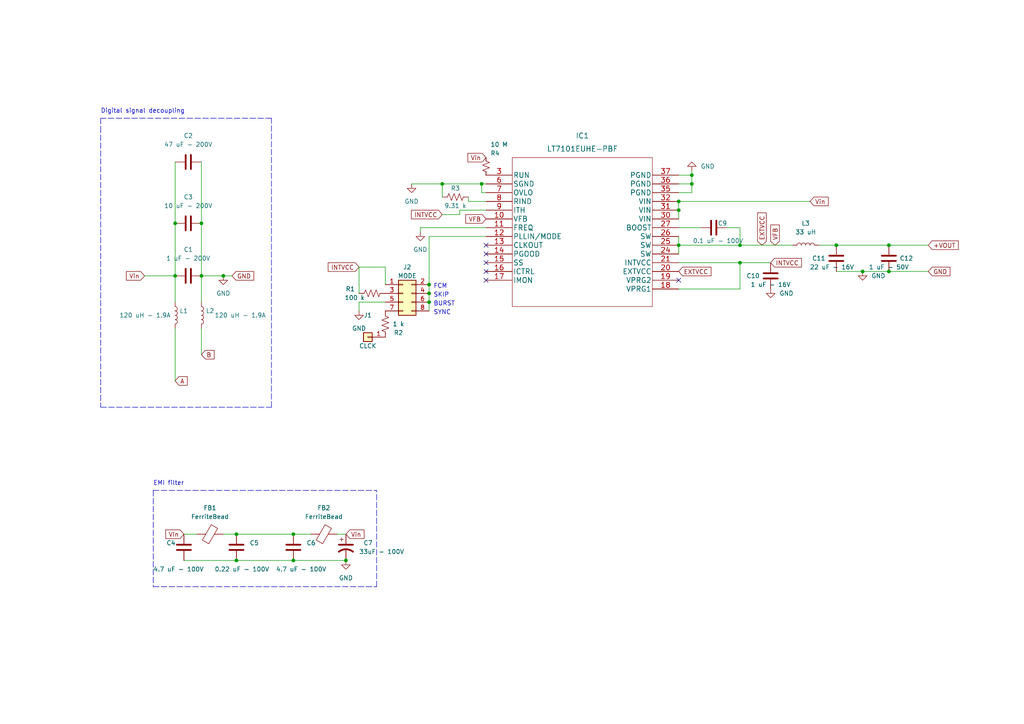
<source format=kicad_sch>
(kicad_sch (version 20211123) (generator eeschema)
  (paper "A4")
  (lib_symbols
    (symbol "Connector_Generic:Conn_01x01" (pin_names (offset 1.016) hide)
      (property "Reference" "J" (at 0 2.54 0))
      (property "Value" "Conn_01x01" (at 0 -2.54 0))
      (symbol "Conn_01x01_1_1"
        (rectangle (start -1.27 0.127) (end 0 -0.127) (stroke (width 0.1524)))
        (rectangle (start -1.27 1.27) (end 1.27 -1.27) (stroke (width 0.254)) (fill (type background)))
        (pin passive line (at -5.08 0 0) (length 3.81) (name "Pin_1") (number "1"))
      )
    )
    (symbol "Connector_Generic:Conn_02x04_Odd_Even" (pin_names (offset 1.016) hide)
      (property "Reference" "J" (at 1.27 5.08 0))
      (property "Value" "Conn_02x04_Odd_Even" (at 1.27 -7.62 0))
      (symbol "Conn_02x04_Odd_Even_1_1"
        (rectangle (start -1.27 -4.953) (end 0 -5.207) (stroke (width 0.1524)))
        (rectangle (start -1.27 -2.413) (end 0 -2.667) (stroke (width 0.1524)))
        (rectangle (start -1.27 0.127) (end 0 -0.127) (stroke (width 0.1524)))
        (rectangle (start -1.27 2.667) (end 0 2.413) (stroke (width 0.1524)))
        (rectangle (start -1.27 3.81) (end 3.81 -6.35) (stroke (width 0.254)) (fill (type background)))
        (rectangle (start 3.81 -4.953) (end 2.54 -5.207) (stroke (width 0.1524)))
        (rectangle (start 3.81 -2.413) (end 2.54 -2.667) (stroke (width 0.1524)))
        (rectangle (start 3.81 0.127) (end 2.54 -0.127) (stroke (width 0.1524)))
        (rectangle (start 3.81 2.667) (end 2.54 2.413) (stroke (width 0.1524)))
        (pin passive line (at -5.08 2.54 0) (length 3.81) (name "Pin_1") (number "1"))
        (pin passive line (at 7.62 2.54 180) (length 3.81) (name "Pin_2") (number "2"))
        (pin passive line (at -5.08 0 0) (length 3.81) (name "Pin_3") (number "3"))
        (pin passive line (at 7.62 0 180) (length 3.81) (name "Pin_4") (number "4"))
        (pin passive line (at -5.08 -2.54 0) (length 3.81) (name "Pin_5") (number "5"))
        (pin passive line (at 7.62 -2.54 180) (length 3.81) (name "Pin_6") (number "6"))
        (pin passive line (at -5.08 -5.08 0) (length 3.81) (name "Pin_7") (number "7"))
        (pin passive line (at 7.62 -5.08 180) (length 3.81) (name "Pin_8") (number "8"))
      )
    )
    (symbol "Device:C" (pin_numbers hide) (pin_names (offset 0.254))
      (property "Reference" "C" (at 0.635 2.54 0))
      (property "Value" "C" (at 0.635 -2.54 0))
      (symbol "C_0_1"
        (polyline (pts (xy -2.032 -0.762) (xy 2.032 -0.762)) (stroke (width 0.508)))
        (polyline (pts (xy -2.032 0.762) (xy 2.032 0.762)) (stroke (width 0.508)))
      )
      (symbol "C_1_1"
        (pin passive line (at 0 3.81 270) (length 2.794) (name "~") (number "1"))
        (pin passive line (at 0 -3.81 90) (length 2.794) (name "~") (number "2"))
      )
    )
    (symbol "Device:C_Polarized_US" (pin_numbers hide) (pin_names (offset 0.254) hide)
      (property "Reference" "C" (at 0.635 2.54 0))
      (property "Value" "C_Polarized_US" (at 0.635 -2.54 0))
      (symbol "C_Polarized_US_0_1"
        (polyline (pts (xy -2.032 0.762) (xy 2.032 0.762)) (stroke (width 0.508)))
        (polyline (pts (xy -1.778 2.286) (xy -0.762 2.286)))
        (polyline (pts (xy -1.27 1.778) (xy -1.27 2.794)))
        (arc (start 2.032 -1.27) (mid 0 -0.5572) (end -2.032 -1.27) (stroke (width 0.508)))
      )
      (symbol "C_Polarized_US_1_1"
        (pin passive line (at 0 3.81 270) (length 2.794) (name "~") (number "1"))
        (pin passive line (at 0 -3.81 90) (length 3.302) (name "~") (number "2"))
      )
    )
    (symbol "Device:FerriteBead" (pin_numbers hide) (pin_names (offset 0))
      (property "Reference" "FB" (at -3.81 0.635 90))
      (property "Value" "FerriteBead" (at 3.81 0 90))
      (symbol "FerriteBead_0_1"
        (polyline (pts (xy 0 -1.27) (xy 0 -1.2192)))
        (polyline (pts (xy 0 1.27) (xy 0 1.2954)))
        (polyline (pts (xy -2.7686 0.4064) (xy -1.7018 2.2606) (xy 2.7686 -0.3048) (xy 1.6764 -2.159) (xy -2.7686 0.4064)))
      )
      (symbol "FerriteBead_1_1"
        (pin passive line (at 0 3.81 270) (length 2.54) (name "~") (number "1"))
        (pin passive line (at 0 -3.81 90) (length 2.54) (name "~") (number "2"))
      )
    )
    (symbol "Device:L" (pin_numbers hide) (pin_names (offset 1.016) hide)
      (property "Reference" "L" (at -1.27 0 90))
      (property "Value" "L" (at 1.905 0 90))
      (symbol "L_0_1"
        (arc (start 0 -2.54) (mid 0.635 -1.905) (end 0 -1.27))
        (arc (start 0 -1.27) (mid 0.635 -0.635) (end 0 0))
        (arc (start 0 0) (mid 0.635 0.635) (end 0 1.27))
        (arc (start 0 1.27) (mid 0.635 1.905) (end 0 2.54))
      )
      (symbol "L_1_1"
        (pin passive line (at 0 3.81 270) (length 1.27) (name "1") (number "1"))
        (pin passive line (at 0 -3.81 90) (length 1.27) (name "2") (number "2"))
      )
    )
    (symbol "Device:R_Small_US" (pin_numbers hide) (pin_names (offset 0.254) hide)
      (property "Reference" "R" (at 0.762 0.508 0))
      (property "Value" "R_Small_US" (at 0.762 -1.016 0))
      (symbol "R_Small_US_1_1"
        (polyline (pts (xy 0 0) (xy 1.016 -0.381) (xy 0 -0.762) (xy -1.016 -1.143) (xy 0 -1.524)))
        (polyline (pts (xy 0 1.524) (xy 1.016 1.143) (xy 0 0.762) (xy -1.016 0.381) (xy 0 0)))
        (pin passive line (at 0 2.54 270) (length 1.016) (name "~") (number "1"))
        (pin passive line (at 0 -2.54 90) (length 1.016) (name "~") (number "2"))
      )
    )
    (symbol "Device:R_US" (pin_numbers hide) (pin_names (offset 0))
      (property "Reference" "R" (at 2.54 0 90))
      (property "Value" "R_US" (at -2.54 0 90))
      (symbol "R_US_0_1"
        (polyline (pts (xy 0 -2.286) (xy 0 -2.54)))
        (polyline (pts (xy 0 2.286) (xy 0 2.54)))
        (polyline (pts (xy 0 -0.762) (xy 1.016 -1.143) (xy 0 -1.524) (xy -1.016 -1.905) (xy 0 -2.286)))
        (polyline (pts (xy 0 0.762) (xy 1.016 0.381) (xy 0 0) (xy -1.016 -0.381) (xy 0 -0.762)))
        (polyline (pts (xy 0 2.286) (xy 1.016 1.905) (xy 0 1.524) (xy -1.016 1.143) (xy 0 0.762)))
      )
      (symbol "R_US_1_1"
        (pin passive line (at 0 3.81 270) (length 1.27) (name "~") (number "1"))
        (pin passive line (at 0 -3.81 90) (length 1.27) (name "~") (number "2"))
      )
    )
    (symbol "LT7101:LT7101EUHE-PBF" (pin_names (offset 0.254))
      (property "Reference" "IC1" (at 27.94 11.43 0))
      (property "Value" "LT7101EUHE-PBF" (at 27.94 7.62 0))
      (symbol "LT7101EUHE-PBF_1_1"
        (polyline (pts (xy 7.62 -38.1) (xy 48.26 -38.1)) (stroke (width 0.127)))
        (polyline (pts (xy 7.62 5.08) (xy 7.62 -38.1)) (stroke (width 0.127)))
        (polyline (pts (xy 48.26 -38.1) (xy 48.26 5.08)) (stroke (width 0.127)))
        (polyline (pts (xy 48.26 5.08) (xy 7.62 5.08)) (stroke (width 0.127)))
        (pin unspecified line (at 0 -12.7 0) (length 7.62) (name "VFB") (number "10"))
        (pin unspecified line (at 0 -15.24 0) (length 7.62) (name "FREQ") (number "11"))
        (pin unspecified line (at 0 -17.78 0) (length 7.62) (name "PLLIN/MODE") (number "12"))
        (pin output line (at 0 -20.32 0) (length 7.62) (name "CLKOUT") (number "13"))
        (pin power_in line (at 0 -22.86 0) (length 7.62) (name "PGOOD") (number "14"))
        (pin unspecified line (at 0 -25.4 0) (length 7.62) (name "SS") (number "15"))
        (pin unspecified line (at 0 -27.94 0) (length 7.62) (name "ICTRL") (number "16"))
        (pin unspecified line (at 0 -30.48 0) (length 7.62) (name "IMON") (number "17"))
        (pin bidirectional line (at 55.88 -33.02 180) (length 7.62) (name "VPRG1") (number "18"))
        (pin unspecified line (at 55.88 -30.48 180) (length 7.62) (name "VPRG2") (number "19"))
        (pin unspecified line (at 55.88 -27.94 180) (length 7.62) (name "EXTVCC") (number "20"))
        (pin unspecified line (at 55.88 -25.4 180) (length 7.62) (name "INTVCC") (number "21"))
        (pin unspecified line (at 55.88 -22.86 180) (length 7.62) (name "SW") (number "24"))
        (pin unspecified line (at 55.88 -20.32 180) (length 7.62) (name "SW") (number "25"))
        (pin unspecified line (at 55.88 -17.78 180) (length 7.62) (name "SW") (number "26"))
        (pin unspecified line (at 55.88 -15.24 180) (length 7.62) (name "BOOST") (number "27"))
        (pin unspecified line (at 0 0 0) (length 7.62) (name "RUN") (number "3"))
        (pin unspecified line (at 55.88 -12.7 180) (length 7.62) (name "VIN") (number "30"))
        (pin unspecified line (at 55.88 -10.16 180) (length 7.62) (name "VIN") (number "31"))
        (pin unspecified line (at 55.88 -7.62 180) (length 7.62) (name "VIN") (number "32"))
        (pin unspecified line (at 55.88 -5.08 180) (length 7.62) (name "PGND") (number "35"))
        (pin power_in line (at 55.88 -2.54 180) (length 7.62) (name "PGND") (number "36"))
        (pin unspecified line (at 55.88 0 180) (length 7.62) (name "PGND") (number "37"))
        (pin power_in line (at 0 -2.54 0) (length 7.62) (name "SGND") (number "6"))
        (pin unspecified line (at 0 -5.08 0) (length 7.62) (name "OVLO") (number "7"))
        (pin unspecified line (at 0 -7.62 0) (length 7.62) (name "RIND") (number "8"))
        (pin unspecified line (at 0 -10.16 0) (length 7.62) (name "ITH") (number "9"))
      )
    )
    (symbol "power:GND" (power) (pin_names (offset 0))
      (property "Value" "GND" (at 0 -3.81 0))
      (symbol "GND_0_1"
        (polyline (pts (xy 0 0) (xy 0 -1.27) (xy 1.27 -1.27) (xy 0 -2.54) (xy -1.27 -1.27) (xy 0 -1.27)))
      )
      (symbol "GND_1_1"
        (pin power_in line (at 0 0 270) (length 0) hide (name "GND") (number "1"))
      )
    )
  )
  (junction (at 257.81 71.12))
  (junction (at 214.63 76.2))
  (junction (at 58.42 80.01))
  (junction (at 50.8 64.77))
  (junction (at 68.58 154.94))
  (junction (at 257.81 78.74))
  (junction (at 58.42 64.77))
  (junction (at 50.8 80.01))
  (junction (at 242.57 71.12))
  (junction (at 196.85 58.42))
  (junction (at 128.27 53.34))
  (junction (at 100.33 162.56))
  (junction (at 68.58 162.56))
  (junction (at 124.46 87.63))
  (junction (at 214.63 71.12))
  (junction (at 196.85 71.12))
  (junction (at 64.77 80.01))
  (junction (at 124.46 85.09))
  (junction (at 85.09 154.94))
  (junction (at 124.46 82.55))
  (junction (at 85.09 162.56))
  (junction (at 139.7 53.34))
  (junction (at 196.85 60.96))
  (junction (at 200.66 50.8))
  (junction (at 200.66 53.34))
  (junction (at 250.19 78.74))
  (no_connect (at 140.97 71.12))
  (no_connect (at 140.97 73.66))
  (no_connect (at 140.97 81.28))
  (no_connect (at 140.97 78.74))
  (no_connect (at 140.97 76.2))
  (no_connect (at 196.85 81.28))
  (wire (pts (xy 104.14 77.47) (xy 111.76 77.47)))
  (wire (pts (xy 257.81 78.74) (xy 269.24 78.74)))
  (wire (pts (xy 139.7 53.34) (xy 140.97 53.34)))
  (polyline (pts (xy 29.21 34.29) (xy 29.21 36.83)))
  (wire (pts (xy 111.76 82.55) (xy 111.76 77.47)))
  (wire (pts (xy 135.89 58.42) (xy 135.89 57.15)))
  (wire (pts (xy 196.85 66.04) (xy 203.2 66.04)))
  (wire (pts (xy 119.38 53.34) (xy 128.27 53.34)))
  (wire (pts (xy 124.46 85.09) (xy 124.46 87.63)))
  (wire (pts (xy 50.8 80.01) (xy 50.8 87.63)))
  (wire (pts (xy 58.42 46.99) (xy 58.42 64.77)))
  (wire (pts (xy 250.19 78.74) (xy 242.57 78.74)))
  (wire (pts (xy 214.63 66.04) (xy 214.63 71.12)))
  (wire (pts (xy 139.7 55.88) (xy 139.7 53.34)))
  (wire (pts (xy 196.85 73.66) (xy 196.85 71.12)))
  (wire (pts (xy 242.57 71.12) (xy 257.81 71.12)))
  (wire (pts (xy 200.66 50.8) (xy 200.66 49.53)))
  (wire (pts (xy 196.85 71.12) (xy 214.63 71.12)))
  (wire (pts (xy 50.8 110.49) (xy 50.8 95.25)))
  (wire (pts (xy 196.85 53.34) (xy 200.66 53.34)))
  (wire (pts (xy 237.49 71.12) (xy 242.57 71.12)))
  (wire (pts (xy 133.35 60.96) (xy 133.35 62.23)))
  (wire (pts (xy 53.34 154.94) (xy 57.15 154.94)))
  (wire (pts (xy 214.63 83.82) (xy 214.63 76.2)))
  (wire (pts (xy 196.85 50.8) (xy 200.66 50.8)))
  (wire (pts (xy 196.85 58.42) (xy 196.85 60.96)))
  (polyline (pts (xy 109.22 170.18) (xy 109.22 142.24)))
  (wire (pts (xy 250.19 78.74) (xy 257.81 78.74)))
  (polyline (pts (xy 29.21 118.11) (xy 78.74 118.11)))
  (wire (pts (xy 50.8 46.99) (xy 50.8 64.77)))
  (wire (pts (xy 58.42 64.77) (xy 58.42 80.01)))
  (wire (pts (xy 58.42 95.25) (xy 58.42 102.87)))
  (wire (pts (xy 133.35 62.23) (xy 128.27 62.23)))
  (wire (pts (xy 140.97 60.96) (xy 133.35 60.96)))
  (wire (pts (xy 196.85 60.96) (xy 196.85 63.5)))
  (polyline (pts (xy 78.74 118.11) (xy 78.74 34.29)))
  (wire (pts (xy 128.27 53.34) (xy 128.27 57.15)))
  (wire (pts (xy 85.09 162.56) (xy 100.33 162.56)))
  (wire (pts (xy 53.34 162.56) (xy 68.58 162.56)))
  (polyline (pts (xy 29.21 36.83) (xy 29.21 118.11)))
  (wire (pts (xy 68.58 154.94) (xy 85.09 154.94)))
  (wire (pts (xy 196.85 58.42) (xy 234.95 58.42)))
  (wire (pts (xy 196.85 55.88) (xy 200.66 55.88)))
  (wire (pts (xy 41.91 80.01) (xy 50.8 80.01)))
  (polyline (pts (xy 78.74 34.29) (xy 29.21 34.29)))
  (wire (pts (xy 196.85 76.2) (xy 214.63 76.2)))
  (wire (pts (xy 124.46 68.58) (xy 124.46 82.55)))
  (wire (pts (xy 140.97 55.88) (xy 139.7 55.88)))
  (wire (pts (xy 257.81 71.12) (xy 269.24 71.12)))
  (wire (pts (xy 121.92 66.04) (xy 121.92 67.31)))
  (wire (pts (xy 58.42 80.01) (xy 64.77 80.01)))
  (wire (pts (xy 58.42 80.01) (xy 58.42 87.63)))
  (wire (pts (xy 210.82 66.04) (xy 214.63 66.04)))
  (wire (pts (xy 111.76 87.63) (xy 104.14 87.63)))
  (wire (pts (xy 196.85 71.12) (xy 196.85 68.58)))
  (polyline (pts (xy 44.45 170.18) (xy 109.22 170.18)))
  (polyline (pts (xy 44.45 142.24) (xy 109.22 142.24)))
  (wire (pts (xy 214.63 71.12) (xy 229.87 71.12)))
  (wire (pts (xy 128.27 53.34) (xy 139.7 53.34)))
  (wire (pts (xy 200.66 55.88) (xy 200.66 53.34)))
  (polyline (pts (xy 44.45 142.24) (xy 44.45 170.18)))
  (wire (pts (xy 85.09 154.94) (xy 90.17 154.94)))
  (wire (pts (xy 140.97 58.42) (xy 135.89 58.42)))
  (wire (pts (xy 200.66 53.34) (xy 200.66 50.8)))
  (wire (pts (xy 124.46 82.55) (xy 124.46 85.09)))
  (wire (pts (xy 64.77 80.01) (xy 67.31 80.01)))
  (wire (pts (xy 140.97 66.04) (xy 121.92 66.04)))
  (wire (pts (xy 68.58 162.56) (xy 85.09 162.56)))
  (wire (pts (xy 140.97 68.58) (xy 124.46 68.58)))
  (wire (pts (xy 64.77 154.94) (xy 68.58 154.94)))
  (wire (pts (xy 196.85 83.82) (xy 214.63 83.82)))
  (wire (pts (xy 104.14 87.63) (xy 104.14 90.17)))
  (wire (pts (xy 214.63 76.2) (xy 223.52 76.2)))
  (wire (pts (xy 104.14 77.47) (xy 104.14 85.09)))
  (wire (pts (xy 50.8 64.77) (xy 50.8 80.01)))
  (wire (pts (xy 124.46 87.63) (xy 124.46 90.17)))
  (wire (pts (xy 97.79 154.94) (xy 100.33 154.94)))
  (text "BURST" (at 125.73 88.9 0) (effects (font (size 1.27 1.27)) (justify left bottom)))
  (text "FCM\n" (at 125.73 83.82 0) (effects (font (size 1.27 1.27)) (justify left bottom)))
  (text "SKIP\n" (at 125.73 86.36 0) (effects (font (size 1.27 1.27)) (justify left bottom)))
  (text "EMI filter\n" (at 44.45 140.97 0) (effects (font (size 1.27 1.27)) (justify left bottom)))
  (text "SYNC" (at 125.73 91.44 0) (effects (font (size 1.27 1.27)) (justify left bottom)))
  (text "Digital signal decoupling\n" (at 29.21 33.02 0) (effects (font (size 1.27 1.27)) (justify left bottom)))
  (global_label "Vin" (shape input) (at 53.34 154.94 180) (property "Intersheet References" "${INTERSHEET_REFS}" (effects hide)))
  (global_label "INTVCC" (shape input) (at 104.14 77.47 180) (property "Intersheet References" "${INTERSHEET_REFS}" (effects hide)))
  (global_label "EXTVCC" (shape input) (at 196.85 78.74 0) (property "Intersheet References" "${INTERSHEET_REFS}" (effects hide)))
  (global_label "INTVCC" (shape input) (at 128.27 62.23 180) (property "Intersheet References" "${INTERSHEET_REFS}" (effects hide)))
  (global_label "B" (shape input) (at 58.42 102.87 0) (property "Intersheet References" "${INTERSHEET_REFS}" (effects hide)))
  (global_label "VFB" (shape input) (at 224.79 71.12 90) (property "Intersheet References" "${INTERSHEET_REFS}" (effects hide)))
  (global_label "Vin" (shape input) (at 140.97 45.72 180) (property "Intersheet References" "${INTERSHEET_REFS}" (effects hide)))
  (global_label "GND" (shape input) (at 67.31 80.01 0) (property "Intersheet References" "${INTERSHEET_REFS}" (effects hide)))
  (global_label "A" (shape input) (at 50.8 110.49 0) (property "Intersheet References" "${INTERSHEET_REFS}" (effects hide)))
  (global_label "VFB" (shape input) (at 140.97 63.5 180) (property "Intersheet References" "${INTERSHEET_REFS}" (effects hide)))
  (global_label "Vin" (shape input) (at 234.95 58.42 0) (property "Intersheet References" "${INTERSHEET_REFS}" (effects hide)))
  (global_label "Vin" (shape input) (at 41.91 80.01 180) (property "Intersheet References" "${INTERSHEET_REFS}" (effects hide)))
  (global_label "GND" (shape input) (at 269.24 78.74 0) (property "Intersheet References" "${INTERSHEET_REFS}" (effects hide)))
  (global_label "INTVCC" (shape input) (at 223.52 76.2 0) (property "Intersheet References" "${INTERSHEET_REFS}" (effects hide)))
  (global_label "Vin" (shape input) (at 100.33 154.94 0) (property "Intersheet References" "${INTERSHEET_REFS}" (effects hide)))
  (global_label "+VOUT" (shape input) (at 269.24 71.12 0) (property "Intersheet References" "${INTERSHEET_REFS}" (effects hide)))
  (global_label "EXTVCC" (shape input) (at 220.98 71.12 90) (property "Intersheet References" "${INTERSHEET_REFS}" (effects hide)))
  (symbol (lib_id "Device:C") (at 257.81 74.93 0) (unit 1)
    (property "Reference" "C12" (at 262.89 74.93 0))
    (property "Value" "1 uF - 50V" (at 257.81 77.47 0))
    (property "Footprint" "Capacitor_SMD:C_0805_2012Metric" (effects hide))
    (property "Datasheet" "https://www.digikey.ca/en/products/detail/samsung-electro-mechanics/CL21B105KBFNNNG/3894467" (effects hide))
  )
  (symbol (lib_id "Device:C") (at 242.57 74.93 0) (unit 1)
    (property "Reference" "C11" (at 237.49 74.93 0))
    (property "Value" "22 uF - 16V" (at 241.3 77.47 0))
    (property "Footprint" "Capacitor_SMD:C_1210_3225Metric" (effects hide))
    (property "Datasheet" "https://www.digikey.ca/en/products/detail/murata-electronics/GRM32ER71C226KEA8L/3465249" (effects hide))
  )
  (symbol (lib_id "power:GND") (at 119.38 53.34 0) (unit 1)
    (property "Reference" "#PWR04" (effects hide))
    (property "Value" "GND" (at 119.38 58.42 0))
  )
  (symbol (lib_id "Connector_Generic:Conn_02x04_Odd_Even") (at 116.84 85.09 0) (unit 1)
    (property "Reference" "J2" (at 118.11 77.47 0))
    (property "Value" "MODE" (at 118.11 80.01 0))
    (property "Footprint" "Connector_PinHeader_2.54mm:PinHeader_2x04_P2.54mm_Vertical" (effects hide))
  )
  (symbol (lib_id "Device:C") (at 207.01 66.04 90) (unit 1)
    (property "Reference" "C9" (at 209.55 64.77 90))
    (property "Value" "0.1 uF - 100V" (at 208.28 69.85 90))
    (property "Footprint" "Capacitor_SMD:C_0805_2012Metric" (effects hide))
    (property "Datasheet" "https://www.digikey.ca/en/products/detail/murata-electronics/GRM21BR72A104KAC4L/4905550?s=N4IgTCBcDaIOICUCyYCMAhBB2MBBVADACwDSuAwkQDIgC6AvkA" (effects hide))
  )
  (symbol (lib_id "Device:R_US") (at 111.76 93.98 180) (unit 1)
    (property "Reference" "R2" (at 115.57 96.52 0))
    (property "Value" "1 k" (at 115.57 93.98 0))
    (property "Footprint" "Resistor_SMD:R_0603_1608Metric" (effects hide))
    (property "Datasheet" "https://www.digikey.ca/en/products/detail/stackpole-electronics-inc/RMCF0603FG1K00/4250691" (effects hide))
  )
  (symbol (lib_id "Device:R_US") (at 107.95 85.09 90) (unit 1)
    (property "Reference" "R1" (at 101.6 83.82 90))
    (property "Value" "100 k" (at 102.87 86.36 90))
    (property "Footprint" "Resistor_SMD:R_0603_1608Metric" (effects hide))
    (property "Datasheet" "https://www.digikey.ca/en/products/detail/vishay-dale/CRCW0603100KDHEAP/3593950" (effects hide))
  )
  (symbol (lib_id "Device:C") (at 54.61 46.99 90) (unit 1)
    (property "Reference" "C2" (at 54.61 39.37 90))
    (property "Value" "47 uF - 200V" (at 54.61 41.91 90))
    (property "Footprint" "Capacitor_THT:CP_Radial_D10.0mm_P5.00mm" (effects hide))
    (property "Comment" "https://www.digikey.ca/en/products/detail/rubycon/200PX47MEFC10X20/3134145" (effects hide))
  )
  (symbol (lib_id "power:GND") (at 200.66 49.53 180) (unit 1)
    (property "Reference" "#PWR06" (effects hide))
    (property "Value" "GND" (at 203.2 48.2599 0) (effects (justify right)))
  )
  (symbol (lib_id "Device:C_Polarized_US") (at 100.33 158.75 0) (unit 1)
    (property "Reference" "C7" (at 105.41 157.48 0) (effects (justify left)))
    (property "Value" "33uF - 100V" (at 104.14 160.02 0) (effects (justify left)))
    (property "Footprint" "Capacitor_SMD:CP_Elec_10x10.5" (effects hide))
    (property "Datasheet" "https://www.digikey.ca/en/products/detail/rubycon/100SEV33M10X10-5/3568758" (effects hide))
  )
  (symbol (lib_id "Device:C") (at 54.61 80.01 90) (unit 1)
    (property "Reference" "C1" (at 54.61 72.39 90))
    (property "Value" "1 uF - 200V" (at 54.61 74.93 90))
    (property "Footprint" "Capacitor_SMD:C_1812_4532Metric" (effects hide))
    (property "Comment" "https://www.digikey.ca/en/products/detail/kyocera-avx/18122C105JAT2A/11245017" (effects hide))
  )
  (symbol (lib_id "power:GND") (at 121.92 67.31 0) (unit 1)
    (property "Reference" "#PWR05" (effects hide))
    (property "Value" "GND" (at 121.92 72.39 0))
  )
  (symbol (lib_id "power:GND") (at 250.19 78.74 0) (unit 1)
    (property "Reference" "#PWR08" (effects hide))
    (property "Value" "GND" (at 252.73 80.0099 0) (effects (justify left)))
  )
  (symbol (lib_id "LT7101:LT7101EUHE-PBF") (at 140.97 50.8 0) (unit 1)
    (property "Reference" "IC1" (at 168.91 39.37 0) (effects (font (size 1.524 1.524))))
    (property "Value" "LT7101EUHE-PBF" (at 168.91 43.18 0) (effects (font (size 1.524 1.524))))
    (property "Footprint" "bib:LT7101EUHE-PBF" (effects hide))
    (property "Datasheet" "https://www.analog.com/media/en/technical-documentation/data-sheets/LT7101.pdf" (effects hide))
  )
  (symbol (lib_id "power:GND") (at 64.77 80.01 0) (unit 1)
    (property "Reference" "#PWR01" (effects hide))
    (property "Value" "GND" (at 64.77 85.09 0))
  )
  (symbol (lib_id "Device:C") (at 85.09 158.75 0) (unit 1)
    (property "Reference" "C6" (at 88.9 157.4799 0) (effects (justify left)))
    (property "Value" "4.7 uF - 100V" (at 80.01 165.1 0) (effects (justify left)))
    (property "Footprint" "Capacitor_SMD:C_1210_3225Metric" (effects hide))
    (property "Datasheet" "https://www.digikey.ca/en/products/detail/taiyo-yuden/HMK325C7475KN-TE/6563631" (effects hide))
  )
  (symbol (lib_id "Device:R_US") (at 132.08 57.15 90) (unit 1)
    (property "Reference" "R3" (at 132.08 54.61 90))
    (property "Value" "9.31 k" (at 132.08 59.69 90))
    (property "Footprint" "Resistor_SMD:R_0603_1608Metric" (effects hide))
    (property "Datasheet" "https://www.digikey.ca/en/products/detail/vishay-dale/CRCW06039K31FKEA/1174779" (effects hide))
  )
  (symbol (lib_id "Device:FerriteBead") (at 60.96 154.94 90) (unit 1)
    (property "Reference" "FB1" (at 60.9092 147.32 90))
    (property "Value" "FerriteBead" (at 60.9092 149.86 90))
    (property "Footprint" "Capacitor_SMD:C_0805_2012Metric" (effects hide))
    (property "Datasheet" "https://www.digikey.ca/en/products/detail/w%C3%BCrth-elektronik/782853131/14670233" (effects hide))
  )
  (symbol (lib_id "Connector_Generic:Conn_01x01") (at 106.68 97.79 180) (unit 1)
    (property "Reference" "J1" (at 106.68 91.44 0))
    (property "Value" "CLCK" (at 106.68 100.33 0))
    (property "Footprint" "Connector_PinHeader_2.54mm:PinHeader_1x01_P2.54mm_Vertical" (effects hide))
  )
  (symbol (lib_id "Device:R_Small_US") (at 140.97 48.26 0) (unit 1)
    (property "Reference" "R4" (at 142.24 44.45 0) (effects (justify left)))
    (property "Value" "10 M" (at 142.24 41.91 0) (effects (justify left)))
    (property "Footprint" "Resistor_SMD:R_0805_2012Metric" (effects hide))
    (property "Datasheet" "https://www.digikey.ca/en/products/detail/vishay-dale/RCS080510M0FKEA/5867147" (effects hide))
  )
  (symbol (lib_id "power:GND") (at 104.14 90.17 0) (unit 1)
    (property "Reference" "#PWR02" (effects hide))
    (property "Value" "GND" (at 104.14 95.25 0))
  )
  (symbol (lib_id "Device:C") (at 68.58 158.75 0) (unit 1)
    (property "Reference" "C5" (at 72.39 157.4799 0) (effects (justify left)))
    (property "Value" "0.22 uF - 100V" (at 62.23 165.1 0) (effects (justify left)))
    (property "Footprint" "Capacitor_SMD:C_0805_2012Metric" (effects hide))
    (property "Datasheet" "https://www.digikey.ca/en/products/detail/murata-electronics/BLM31PG121SN1L/584265" (effects hide))
  )
  (symbol (lib_id "Device:FerriteBead") (at 93.98 154.94 90) (unit 1)
    (property "Reference" "FB2" (at 93.9292 147.32 90))
    (property "Value" "FerriteBead" (at 93.9292 149.86 90))
    (property "Footprint" "Capacitor_SMD:C_0805_2012Metric" (effects hide))
    (property "Datasheet" "https://www.digikey.ca/en/products/detail/w%C3%BCrth-elektronik/782853131/14670233" (effects hide))
  )
  (symbol (lib_id "power:GND") (at 223.52 83.82 0) (unit 1)
    (property "Reference" "#PWR07" (effects hide))
    (property "Value" "GND" (at 226.06 85.0899 0) (effects (justify left)))
  )
  (symbol (lib_id "Device:L") (at 233.68 71.12 90) (unit 1)
    (property "Reference" "L3" (at 233.68 64.77 90))
    (property "Value" "33 uH" (at 233.68 67.31 90))
    (property "Footprint" "bib:SPM7054VT" (effects hide))
    (property "Datasheet" "https://www.digikey.ca/en/products/detail/tdk-corporation/SPM7054VT-330M-D/9951527" (effects hide))
  )
  (symbol (lib_id "Device:C") (at 53.34 158.75 0) (unit 1)
    (property "Reference" "C4" (at 48.26 157.48 0) (effects (justify left)))
    (property "Value" "4.7 uF - 100V" (at 44.45 165.1 0) (effects (justify left)))
    (property "Footprint" "Capacitor_SMD:C_1210_3225Metric" (effects hide))
    (property "Datasheet" "https://www.digikey.ca/en/products/detail/taiyo-yuden/HMK325C7475KN-TE/6563631" (effects hide))
  )
  (symbol (lib_id "power:GND") (at 100.33 162.56 0) (unit 1)
    (property "Reference" "#PWR03" (effects hide))
    (property "Value" "GND" (at 100.33 167.64 0))
  )
  (symbol (lib_id "Device:L") (at 50.8 91.44 0) (unit 1)
    (property "Reference" "L1" (at 52.07 90.1699 0) (effects (justify left)))
    (property "Value" "120 uH - 1.9A" (at 49.53 91.44 0) (effects (justify right)))
    (property "Footprint" "Library:INDPM120120X805N" (effects hide))
    (property "Datasheet" "https://www.mouser.ca/ProductDetail/Coilcraft/MSS1278-124KLD?qs=zCSbvcPd3pamrG5NctO%252BzQ%3D%3D" (effects hide))
  )
  (symbol (lib_id "Device:L") (at 58.42 91.44 0) (unit 1)
    (property "Reference" "L2" (at 59.69 90.1699 0) (effects (justify left)))
    (property "Value" "120 uH - 1.9A" (at 62.23 91.44 0) (effects (justify left)))
    (property "Footprint" "Library:INDPM120120X805N" (effects hide))
    (property "Datasheet" "https://www.mouser.ca/ProductDetail/Coilcraft/MSS1278-124KLD?qs=zCSbvcPd3pamrG5NctO%252BzQ%3D%3D" (effects hide))
  )
  (symbol (lib_id "Device:C") (at 54.61 64.77 90) (unit 1)
    (property "Reference" "C3" (at 54.61 57.15 90))
    (property "Value" "10 uF - 200V" (at 54.61 59.69 90))
    (property "Footprint" "Capacitor_THT:CP_Radial_D8.0mm_P3.50mm" (effects hide))
    (property "Comment" "https://www.digikey.ca/en/products/detail/kemet/ESL106M200AG9AA/7427054" (effects hide))
  )
  (symbol (lib_id "Device:C") (at 223.52 80.01 0) (unit 1)
    (property "Reference" "C10" (at 218.44 80.01 0))
    (property "Value" "1 uF - 16V" (at 223.52 82.55 0))
    (property "Footprint" "Capacitor_SMD:C_0805_2012Metric" (effects hide))
    (property "Datasheet" "https://www.digikey.ca/en/products/detail/kyocera-avx/0805YC105KAT2A/1603264?s=N4IgTCBcDaIAQAYAcCCsBNAwgRjQaQEEAVMAkAXQF8g" (effects hide))
  )
)
</source>
